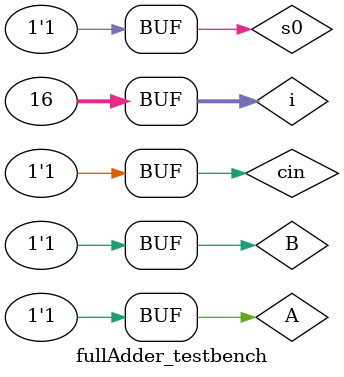
<source format=sv>
`timescale 1ns/10ps

module fullAdder (A, B, cin, s0, sum, cout);

	input logic A, B, cin, s0;
	output logic sum, cout;
	
    logic A_xor_B;
    logic A_and_B;
    logic A_xor_B_and_Cin;
	 logic bNot;
	 logic muxOut;
	 
	 not #(50ps) n1(bNot, B);
	
	 mux2_1_alu mux1 (.i0(B), .i1(bNot), .sel(s0), .out(muxOut));

    xor #(50ps) (A_xor_B, A, muxOut);


    xor #(50ps) (sum, A_xor_B, cin);

    and #(50ps) (A_and_B, A, muxOut);
    and #(50ps) (A_xor_B_and_Cin, A_xor_B, cin);

    or #(50ps) (cout, A_and_B, A_xor_B_and_Cin);
	
endmodule

module fullAdder_testbench();

	logic A, B, cin, s0, sum, cout;
	
	fullAdder dut(.A, .B, .cin, .s0, .sum, .cout);
	
	integer i;
	initial begin
	
		for (i=0; i<2**4; i++) begin
			{A, B, cin, s0} = i; #10;
		end //for loop

	end // initial
	
endmodule
</source>
